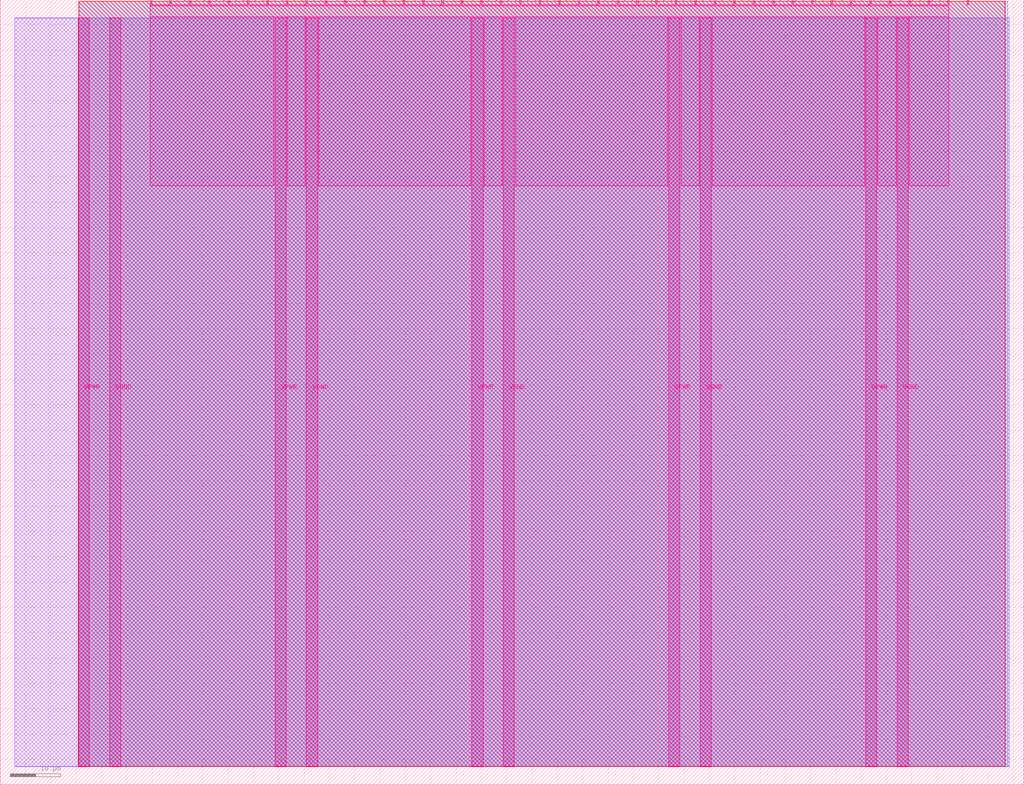
<source format=lef>
VERSION 5.7 ;
  NOWIREEXTENSIONATPIN ON ;
  DIVIDERCHAR "/" ;
  BUSBITCHARS "[]" ;
MACRO tt_um_mroblesh
  CLASS BLOCK ;
  FOREIGN tt_um_mroblesh ;
  ORIGIN 0.000 0.000 ;
  SIZE 202.080 BY 154.980 ;
  PIN VGND
    DIRECTION INOUT ;
    USE GROUND ;
    PORT
      LAYER Metal5 ;
        RECT 21.580 3.560 23.780 151.420 ;
    END
    PORT
      LAYER Metal5 ;
        RECT 60.450 3.560 62.650 151.420 ;
    END
    PORT
      LAYER Metal5 ;
        RECT 99.320 3.560 101.520 151.420 ;
    END
    PORT
      LAYER Metal5 ;
        RECT 138.190 3.560 140.390 151.420 ;
    END
    PORT
      LAYER Metal5 ;
        RECT 177.060 3.560 179.260 151.420 ;
    END
  END VGND
  PIN VPWR
    DIRECTION INOUT ;
    USE POWER ;
    PORT
      LAYER Metal5 ;
        RECT 15.380 3.560 17.580 151.420 ;
    END
    PORT
      LAYER Metal5 ;
        RECT 54.250 3.560 56.450 151.420 ;
    END
    PORT
      LAYER Metal5 ;
        RECT 93.120 3.560 95.320 151.420 ;
    END
    PORT
      LAYER Metal5 ;
        RECT 131.990 3.560 134.190 151.420 ;
    END
    PORT
      LAYER Metal5 ;
        RECT 170.860 3.560 173.060 151.420 ;
    END
  END VPWR
  PIN clk
    DIRECTION INPUT ;
    USE SIGNAL ;
    ANTENNAGATEAREA 0.213200 ;
    PORT
      LAYER Metal5 ;
        RECT 187.050 153.980 187.350 154.980 ;
    END
  END clk
  PIN ena
    DIRECTION INPUT ;
    USE SIGNAL ;
    PORT
      LAYER Metal5 ;
        RECT 190.890 153.980 191.190 154.980 ;
    END
  END ena
  PIN rst_n
    DIRECTION INPUT ;
    USE SIGNAL ;
    ANTENNAGATEAREA 0.426400 ;
    PORT
      LAYER Metal5 ;
        RECT 183.210 153.980 183.510 154.980 ;
    END
  END rst_n
  PIN ui_in[0]
    DIRECTION INPUT ;
    USE SIGNAL ;
    ANTENNAGATEAREA 0.180700 ;
    PORT
      LAYER Metal5 ;
        RECT 179.370 153.980 179.670 154.980 ;
    END
  END ui_in[0]
  PIN ui_in[1]
    DIRECTION INPUT ;
    USE SIGNAL ;
    ANTENNAGATEAREA 0.180700 ;
    PORT
      LAYER Metal5 ;
        RECT 175.530 153.980 175.830 154.980 ;
    END
  END ui_in[1]
  PIN ui_in[2]
    DIRECTION INPUT ;
    USE SIGNAL ;
    ANTENNAGATEAREA 0.180700 ;
    PORT
      LAYER Metal5 ;
        RECT 171.690 153.980 171.990 154.980 ;
    END
  END ui_in[2]
  PIN ui_in[3]
    DIRECTION INPUT ;
    USE SIGNAL ;
    ANTENNAGATEAREA 0.180700 ;
    PORT
      LAYER Metal5 ;
        RECT 167.850 153.980 168.150 154.980 ;
    END
  END ui_in[3]
  PIN ui_in[4]
    DIRECTION INPUT ;
    USE SIGNAL ;
    ANTENNAGATEAREA 0.180700 ;
    PORT
      LAYER Metal5 ;
        RECT 164.010 153.980 164.310 154.980 ;
    END
  END ui_in[4]
  PIN ui_in[5]
    DIRECTION INPUT ;
    USE SIGNAL ;
    ANTENNAGATEAREA 0.180700 ;
    PORT
      LAYER Metal5 ;
        RECT 160.170 153.980 160.470 154.980 ;
    END
  END ui_in[5]
  PIN ui_in[6]
    DIRECTION INPUT ;
    USE SIGNAL ;
    ANTENNAGATEAREA 0.180700 ;
    PORT
      LAYER Metal5 ;
        RECT 156.330 153.980 156.630 154.980 ;
    END
  END ui_in[6]
  PIN ui_in[7]
    DIRECTION INPUT ;
    USE SIGNAL ;
    ANTENNAGATEAREA 0.180700 ;
    PORT
      LAYER Metal5 ;
        RECT 152.490 153.980 152.790 154.980 ;
    END
  END ui_in[7]
  PIN uio_in[0]
    DIRECTION INPUT ;
    USE SIGNAL ;
    ANTENNAGATEAREA 0.180700 ;
    PORT
      LAYER Metal5 ;
        RECT 148.650 153.980 148.950 154.980 ;
    END
  END uio_in[0]
  PIN uio_in[1]
    DIRECTION INPUT ;
    USE SIGNAL ;
    PORT
      LAYER Metal5 ;
        RECT 144.810 153.980 145.110 154.980 ;
    END
  END uio_in[1]
  PIN uio_in[2]
    DIRECTION INPUT ;
    USE SIGNAL ;
    PORT
      LAYER Metal5 ;
        RECT 140.970 153.980 141.270 154.980 ;
    END
  END uio_in[2]
  PIN uio_in[3]
    DIRECTION INPUT ;
    USE SIGNAL ;
    PORT
      LAYER Metal5 ;
        RECT 137.130 153.980 137.430 154.980 ;
    END
  END uio_in[3]
  PIN uio_in[4]
    DIRECTION INPUT ;
    USE SIGNAL ;
    PORT
      LAYER Metal5 ;
        RECT 133.290 153.980 133.590 154.980 ;
    END
  END uio_in[4]
  PIN uio_in[5]
    DIRECTION INPUT ;
    USE SIGNAL ;
    PORT
      LAYER Metal5 ;
        RECT 129.450 153.980 129.750 154.980 ;
    END
  END uio_in[5]
  PIN uio_in[6]
    DIRECTION INPUT ;
    USE SIGNAL ;
    ANTENNAGATEAREA 0.213200 ;
    PORT
      LAYER Metal5 ;
        RECT 125.610 153.980 125.910 154.980 ;
    END
  END uio_in[6]
  PIN uio_in[7]
    DIRECTION INPUT ;
    USE SIGNAL ;
    ANTENNAGATEAREA 0.213200 ;
    PORT
      LAYER Metal5 ;
        RECT 121.770 153.980 122.070 154.980 ;
    END
  END uio_in[7]
  PIN uio_oe[0]
    DIRECTION OUTPUT ;
    USE SIGNAL ;
    ANTENNADIFFAREA 0.299200 ;
    PORT
      LAYER Metal5 ;
        RECT 56.490 153.980 56.790 154.980 ;
    END
  END uio_oe[0]
  PIN uio_oe[1]
    DIRECTION OUTPUT ;
    USE SIGNAL ;
    ANTENNADIFFAREA 0.299200 ;
    PORT
      LAYER Metal5 ;
        RECT 52.650 153.980 52.950 154.980 ;
    END
  END uio_oe[1]
  PIN uio_oe[2]
    DIRECTION OUTPUT ;
    USE SIGNAL ;
    ANTENNADIFFAREA 0.299200 ;
    PORT
      LAYER Metal5 ;
        RECT 48.810 153.980 49.110 154.980 ;
    END
  END uio_oe[2]
  PIN uio_oe[3]
    DIRECTION OUTPUT ;
    USE SIGNAL ;
    ANTENNADIFFAREA 0.299200 ;
    PORT
      LAYER Metal5 ;
        RECT 44.970 153.980 45.270 154.980 ;
    END
  END uio_oe[3]
  PIN uio_oe[4]
    DIRECTION OUTPUT ;
    USE SIGNAL ;
    ANTENNADIFFAREA 0.299200 ;
    PORT
      LAYER Metal5 ;
        RECT 41.130 153.980 41.430 154.980 ;
    END
  END uio_oe[4]
  PIN uio_oe[5]
    DIRECTION OUTPUT ;
    USE SIGNAL ;
    ANTENNADIFFAREA 0.299200 ;
    PORT
      LAYER Metal5 ;
        RECT 37.290 153.980 37.590 154.980 ;
    END
  END uio_oe[5]
  PIN uio_oe[6]
    DIRECTION OUTPUT ;
    USE SIGNAL ;
    ANTENNADIFFAREA 0.299200 ;
    PORT
      LAYER Metal5 ;
        RECT 33.450 153.980 33.750 154.980 ;
    END
  END uio_oe[6]
  PIN uio_oe[7]
    DIRECTION OUTPUT ;
    USE SIGNAL ;
    ANTENNADIFFAREA 0.299200 ;
    PORT
      LAYER Metal5 ;
        RECT 29.610 153.980 29.910 154.980 ;
    END
  END uio_oe[7]
  PIN uio_out[0]
    DIRECTION OUTPUT ;
    USE SIGNAL ;
    ANTENNADIFFAREA 0.299200 ;
    PORT
      LAYER Metal5 ;
        RECT 87.210 153.980 87.510 154.980 ;
    END
  END uio_out[0]
  PIN uio_out[1]
    DIRECTION OUTPUT ;
    USE SIGNAL ;
    ANTENNADIFFAREA 0.299200 ;
    PORT
      LAYER Metal5 ;
        RECT 83.370 153.980 83.670 154.980 ;
    END
  END uio_out[1]
  PIN uio_out[2]
    DIRECTION OUTPUT ;
    USE SIGNAL ;
    ANTENNADIFFAREA 0.299200 ;
    PORT
      LAYER Metal5 ;
        RECT 79.530 153.980 79.830 154.980 ;
    END
  END uio_out[2]
  PIN uio_out[3]
    DIRECTION OUTPUT ;
    USE SIGNAL ;
    ANTENNADIFFAREA 0.299200 ;
    PORT
      LAYER Metal5 ;
        RECT 75.690 153.980 75.990 154.980 ;
    END
  END uio_out[3]
  PIN uio_out[4]
    DIRECTION OUTPUT ;
    USE SIGNAL ;
    ANTENNADIFFAREA 0.299200 ;
    PORT
      LAYER Metal5 ;
        RECT 71.850 153.980 72.150 154.980 ;
    END
  END uio_out[4]
  PIN uio_out[5]
    DIRECTION OUTPUT ;
    USE SIGNAL ;
    ANTENNADIFFAREA 0.299200 ;
    PORT
      LAYER Metal5 ;
        RECT 68.010 153.980 68.310 154.980 ;
    END
  END uio_out[5]
  PIN uio_out[6]
    DIRECTION OUTPUT ;
    USE SIGNAL ;
    ANTENNADIFFAREA 0.299200 ;
    PORT
      LAYER Metal5 ;
        RECT 64.170 153.980 64.470 154.980 ;
    END
  END uio_out[6]
  PIN uio_out[7]
    DIRECTION OUTPUT ;
    USE SIGNAL ;
    ANTENNADIFFAREA 0.299200 ;
    PORT
      LAYER Metal5 ;
        RECT 60.330 153.980 60.630 154.980 ;
    END
  END uio_out[7]
  PIN uo_out[0]
    DIRECTION OUTPUT ;
    USE SIGNAL ;
    ANTENNADIFFAREA 0.662000 ;
    PORT
      LAYER Metal5 ;
        RECT 117.930 153.980 118.230 154.980 ;
    END
  END uo_out[0]
  PIN uo_out[1]
    DIRECTION OUTPUT ;
    USE SIGNAL ;
    ANTENNADIFFAREA 0.662000 ;
    PORT
      LAYER Metal5 ;
        RECT 114.090 153.980 114.390 154.980 ;
    END
  END uo_out[1]
  PIN uo_out[2]
    DIRECTION OUTPUT ;
    USE SIGNAL ;
    ANTENNADIFFAREA 0.662000 ;
    PORT
      LAYER Metal5 ;
        RECT 110.250 153.980 110.550 154.980 ;
    END
  END uo_out[2]
  PIN uo_out[3]
    DIRECTION OUTPUT ;
    USE SIGNAL ;
    ANTENNADIFFAREA 0.662000 ;
    PORT
      LAYER Metal5 ;
        RECT 106.410 153.980 106.710 154.980 ;
    END
  END uo_out[3]
  PIN uo_out[4]
    DIRECTION OUTPUT ;
    USE SIGNAL ;
    ANTENNADIFFAREA 0.662000 ;
    PORT
      LAYER Metal5 ;
        RECT 102.570 153.980 102.870 154.980 ;
    END
  END uo_out[4]
  PIN uo_out[5]
    DIRECTION OUTPUT ;
    USE SIGNAL ;
    ANTENNADIFFAREA 0.662000 ;
    PORT
      LAYER Metal5 ;
        RECT 98.730 153.980 99.030 154.980 ;
    END
  END uo_out[5]
  PIN uo_out[6]
    DIRECTION OUTPUT ;
    USE SIGNAL ;
    ANTENNADIFFAREA 0.662000 ;
    PORT
      LAYER Metal5 ;
        RECT 94.890 153.980 95.190 154.980 ;
    END
  END uo_out[6]
  PIN uo_out[7]
    DIRECTION OUTPUT ;
    USE SIGNAL ;
    ANTENNADIFFAREA 0.662000 ;
    PORT
      LAYER Metal5 ;
        RECT 91.050 153.980 91.350 154.980 ;
    END
  END uo_out[7]
  OBS
      LAYER GatPoly ;
        RECT 2.880 3.630 199.200 151.350 ;
      LAYER Metal1 ;
        RECT 2.880 3.560 199.200 151.420 ;
      LAYER Metal2 ;
        RECT 15.515 3.680 198.865 154.660 ;
      LAYER Metal3 ;
        RECT 15.560 3.635 198.340 154.705 ;
      LAYER Metal4 ;
        RECT 15.515 3.680 198.385 154.660 ;
      LAYER Metal5 ;
        RECT 30.120 153.770 33.240 153.980 ;
        RECT 33.960 153.770 37.080 153.980 ;
        RECT 37.800 153.770 40.920 153.980 ;
        RECT 41.640 153.770 44.760 153.980 ;
        RECT 45.480 153.770 48.600 153.980 ;
        RECT 49.320 153.770 52.440 153.980 ;
        RECT 53.160 153.770 56.280 153.980 ;
        RECT 57.000 153.770 60.120 153.980 ;
        RECT 60.840 153.770 63.960 153.980 ;
        RECT 64.680 153.770 67.800 153.980 ;
        RECT 68.520 153.770 71.640 153.980 ;
        RECT 72.360 153.770 75.480 153.980 ;
        RECT 76.200 153.770 79.320 153.980 ;
        RECT 80.040 153.770 83.160 153.980 ;
        RECT 83.880 153.770 87.000 153.980 ;
        RECT 87.720 153.770 90.840 153.980 ;
        RECT 91.560 153.770 94.680 153.980 ;
        RECT 95.400 153.770 98.520 153.980 ;
        RECT 99.240 153.770 102.360 153.980 ;
        RECT 103.080 153.770 106.200 153.980 ;
        RECT 106.920 153.770 110.040 153.980 ;
        RECT 110.760 153.770 113.880 153.980 ;
        RECT 114.600 153.770 117.720 153.980 ;
        RECT 118.440 153.770 121.560 153.980 ;
        RECT 122.280 153.770 125.400 153.980 ;
        RECT 126.120 153.770 129.240 153.980 ;
        RECT 129.960 153.770 133.080 153.980 ;
        RECT 133.800 153.770 136.920 153.980 ;
        RECT 137.640 153.770 140.760 153.980 ;
        RECT 141.480 153.770 144.600 153.980 ;
        RECT 145.320 153.770 148.440 153.980 ;
        RECT 149.160 153.770 152.280 153.980 ;
        RECT 153.000 153.770 156.120 153.980 ;
        RECT 156.840 153.770 159.960 153.980 ;
        RECT 160.680 153.770 163.800 153.980 ;
        RECT 164.520 153.770 167.640 153.980 ;
        RECT 168.360 153.770 171.480 153.980 ;
        RECT 172.200 153.770 175.320 153.980 ;
        RECT 176.040 153.770 179.160 153.980 ;
        RECT 179.880 153.770 183.000 153.980 ;
        RECT 183.720 153.770 186.840 153.980 ;
        RECT 29.660 151.630 187.300 153.770 ;
        RECT 29.660 118.295 54.040 151.630 ;
        RECT 56.660 118.295 60.240 151.630 ;
        RECT 62.860 118.295 92.910 151.630 ;
        RECT 95.530 118.295 99.110 151.630 ;
        RECT 101.730 118.295 131.780 151.630 ;
        RECT 134.400 118.295 137.980 151.630 ;
        RECT 140.600 118.295 170.650 151.630 ;
        RECT 173.270 118.295 176.850 151.630 ;
        RECT 179.470 118.295 187.300 151.630 ;
  END
END tt_um_mroblesh
END LIBRARY


</source>
